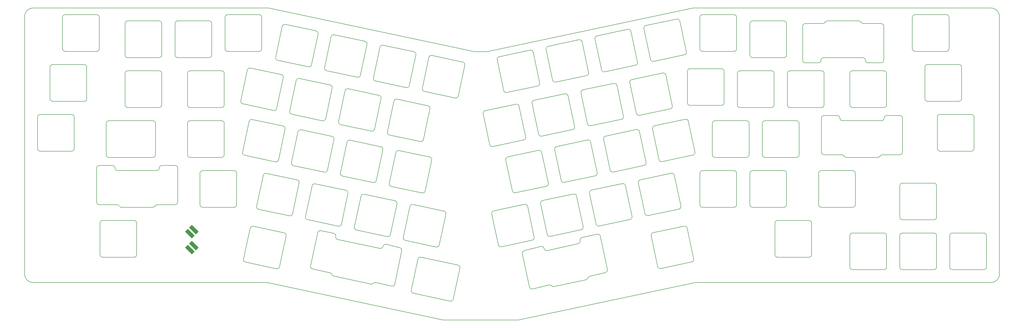
<source format=gbr>
%TF.GenerationSoftware,KiCad,Pcbnew,5.1.10-88a1d61d58~89~ubuntu21.04.1*%
%TF.CreationDate,2021-07-11T01:12:16+02:00*%
%TF.ProjectId,basketweave_plate,6261736b-6574-4776-9561-76655f706c61,rev?*%
%TF.SameCoordinates,Original*%
%TF.FileFunction,Legend,Top*%
%TF.FilePolarity,Positive*%
%FSLAX46Y46*%
G04 Gerber Fmt 4.6, Leading zero omitted, Abs format (unit mm)*
G04 Created by KiCad (PCBNEW 5.1.10-88a1d61d58~89~ubuntu21.04.1) date 2021-07-11 01:12:16*
%MOMM*%
%LPD*%
G01*
G04 APERTURE LIST*
%TA.AperFunction,Profile*%
%ADD10C,0.200000*%
%TD*%
%ADD11C,0.100000*%
G04 APERTURE END LIST*
D10*
X27927500Y-82106250D02*
G75*
G02*
X28927500Y-81106250I1000000J0D01*
G01*
X28927500Y-95106250D02*
G75*
G02*
X27927500Y-94106250I0J1000000D01*
G01*
X28927500Y-81106250D02*
X40927500Y-81106250D01*
X40927500Y-95106250D02*
X28927500Y-95106250D01*
X41927500Y-94106250D02*
G75*
G02*
X40927500Y-95106250I-1000000J0D01*
G01*
X41927500Y-82106250D02*
X41927500Y-94106250D01*
X40927500Y-81106250D02*
G75*
G02*
X41927500Y-82106250I0J-1000000D01*
G01*
X27927500Y-94106250D02*
X27927500Y-82106250D01*
X45687500Y-62056250D02*
G75*
G02*
X46687500Y-63056250I0J-1000000D01*
G01*
X33687500Y-76056250D02*
G75*
G02*
X32687500Y-75056250I0J1000000D01*
G01*
X45687500Y-76056250D02*
X33687500Y-76056250D01*
X32687500Y-75056250D02*
X32687500Y-63056250D01*
X46687500Y-63056250D02*
X46687500Y-75056250D01*
X32687500Y-63056250D02*
G75*
G02*
X33687500Y-62056250I1000000J0D01*
G01*
X46687500Y-75056250D02*
G75*
G02*
X45687500Y-76056250I-1000000J0D01*
G01*
X33687500Y-62056250D02*
X45687500Y-62056250D01*
X380062500Y-63056250D02*
X380062500Y-75056250D01*
X380062500Y-75056250D02*
G75*
G02*
X379062500Y-76056250I-1000000J0D01*
G01*
X379062500Y-76056250D02*
X367062500Y-76056250D01*
X379062500Y-62056250D02*
G75*
G02*
X380062500Y-63056250I0J-1000000D01*
G01*
X366062500Y-63056250D02*
G75*
G02*
X367062500Y-62056250I1000000J0D01*
G01*
X367062500Y-62056250D02*
X379062500Y-62056250D01*
X367062500Y-76056250D02*
G75*
G02*
X366062500Y-75056250I0J1000000D01*
G01*
X366062500Y-75056250D02*
X366062500Y-63056250D01*
X174042718Y-135612290D02*
X188110514Y-138588750D01*
X262550733Y-126213914D02*
X274308691Y-123729750D01*
X222919320Y-146203910D02*
G75*
G02*
X223870377Y-146512927I207912J-978148D01*
G01*
X216582162Y-147756903D02*
G75*
G02*
X215396102Y-146986669I-207913J978147D01*
G01*
X264275437Y-139137745D02*
X261780497Y-127399974D01*
X185199748Y-152366756D02*
X171131956Y-149306356D01*
X139360791Y-141511067D02*
G75*
G02*
X140103936Y-142180198I-207912J-978148D01*
G01*
X234682251Y-129274901D02*
G75*
G02*
X235452488Y-128088840I978149J207912D01*
G01*
X172856659Y-136382527D02*
G75*
G02*
X174042718Y-135612290I978148J-207911D01*
G01*
X188880750Y-139774810D02*
X186385808Y-151596520D01*
X277219454Y-137423814D02*
X265461496Y-139907981D01*
X170361720Y-148120298D02*
X172856660Y-136382527D01*
X171131956Y-149306356D02*
G75*
G02*
X170361720Y-148120298I207911J978147D01*
G01*
X277989690Y-136237756D02*
G75*
G02*
X277219454Y-137423814I-978147J-207911D01*
G01*
X245093662Y-140263905D02*
X242390810Y-127547986D01*
X275494750Y-124499985D02*
X277989690Y-136237756D01*
X261780496Y-127399973D02*
G75*
G02*
X262550733Y-126213914I978148J207911D01*
G01*
X222155094Y-133045853D02*
G75*
G02*
X220969033Y-132275618I-207913J978148D01*
G01*
X186385808Y-151596520D02*
G75*
G02*
X185199748Y-152366756I-978148J207912D01*
G01*
X265461497Y-139907981D02*
G75*
G02*
X264275437Y-139137745I-207912J978148D01*
G01*
X219782974Y-131505383D02*
G75*
G02*
X220969033Y-132275618I207912J-978147D01*
G01*
X274308691Y-123729750D02*
G75*
G02*
X275494750Y-124499985I207912J-978147D01*
G01*
X188110514Y-138588750D02*
G75*
G02*
X188880750Y-139774810I-207912J-978148D01*
G01*
X237572355Y-143607629D02*
G75*
G02*
X236829210Y-144276759I-951056J309018D01*
G01*
X140847080Y-142849328D02*
G75*
G02*
X140103936Y-142180198I207911J978147D01*
G01*
X224821433Y-146821944D02*
G75*
G02*
X223870377Y-146512927I-207912J978147D01*
G01*
X164115750Y-145861430D02*
G75*
G02*
X162929690Y-146631666I-978148J207912D01*
G01*
X212693251Y-134270750D02*
G75*
G02*
X213463486Y-133084691I978147J207912D01*
G01*
X140810796Y-126484166D02*
G75*
G02*
X141581031Y-127670225I-207912J-978147D01*
G01*
X215396102Y-146986669D02*
X212693250Y-134270750D01*
X216582162Y-147756903D02*
X222919320Y-146203910D01*
X132801383Y-140116821D02*
G75*
G02*
X132031146Y-138930762I207911J978148D01*
G01*
X235452488Y-128088840D02*
X241204750Y-126777750D01*
X162929690Y-146631666D02*
X156899964Y-145234235D01*
X159612251Y-131432943D02*
G75*
G02*
X158426191Y-132203179I-978148J207912D01*
G01*
X237572356Y-143607629D02*
G75*
G02*
X238315500Y-142938500I951055J-309017D01*
G01*
X140810795Y-126484165D02*
X135920057Y-125444607D01*
X238315500Y-142938500D02*
X244323425Y-141449966D01*
X155948909Y-145543252D02*
G75*
G02*
X156899964Y-145234235I743144J-669129D01*
G01*
X132801382Y-140116821D02*
X139360791Y-141511067D01*
X155948908Y-145543252D02*
G75*
G02*
X154997851Y-145852269I-743145J669131D01*
G01*
X241204750Y-126777750D02*
G75*
G02*
X242390810Y-127547986I207912J-978148D01*
G01*
X165960728Y-131959452D02*
G75*
G02*
X166730965Y-133145511I-207911J-978148D01*
G01*
X154997851Y-145852269D02*
X140847080Y-142849328D01*
X132031146Y-138930762D02*
X134733998Y-126214843D01*
X222155094Y-133045853D02*
X233912016Y-130460961D01*
X234682254Y-129274901D02*
G75*
G02*
X233912016Y-130460961I-978149J-207911D01*
G01*
X236829210Y-144276759D02*
X224821433Y-146821944D01*
X165960728Y-131959452D02*
X160798310Y-130662706D01*
X134733998Y-126214844D02*
G75*
G02*
X135920057Y-125444607I978148J-207911D01*
G01*
X142351267Y-128856284D02*
X158426191Y-132203179D01*
X164115750Y-145861430D02*
X166730965Y-133145511D01*
X245093662Y-140263905D02*
G75*
G02*
X244323425Y-141449966I-978149J-207912D01*
G01*
X219782974Y-131505383D02*
X213463486Y-133084691D01*
X142351268Y-128856284D02*
G75*
G02*
X141581031Y-127670225I207911J978148D01*
G01*
X159612250Y-131432942D02*
G75*
G02*
X160798310Y-130662706I978148J-207912D01*
G01*
X168105032Y-129187375D02*
G75*
G02*
X167334796Y-128001317I207911J978147D01*
G01*
X334680250Y-83487500D02*
G75*
G02*
X333680250Y-82487500I0J1000000D01*
G01*
X80331250Y-115537500D02*
X73625301Y-115537501D01*
X56455250Y-100537500D02*
G75*
G02*
X57455250Y-101537500I0J-1000000D01*
G01*
X58455250Y-102537500D02*
G75*
G02*
X57455250Y-101537500I0J1000000D01*
G01*
X56455250Y-100537500D02*
X51455250Y-100537500D01*
X332680250Y-81487500D02*
X327680250Y-81487500D01*
X50455250Y-101537500D02*
G75*
G02*
X51455250Y-100537500I1000000J0D01*
G01*
X327680250Y-96487500D02*
G75*
G02*
X326680250Y-95487500I0J1000000D01*
G01*
X50455250Y-114537500D02*
X50455250Y-101537500D01*
X80331250Y-100537500D02*
X75331250Y-100537500D01*
X350556250Y-82487500D02*
G75*
G02*
X351556250Y-81487500I1000000J0D01*
G01*
X80331250Y-100537500D02*
G75*
G02*
X81331250Y-101537500I0J-1000000D01*
G01*
X81331250Y-114537500D02*
X81331250Y-101537500D01*
X72759276Y-116037501D02*
G75*
G02*
X73625301Y-115537501I866025J-500000D01*
G01*
X332680250Y-81487500D02*
G75*
G02*
X333680250Y-82487500I0J-1000000D01*
G01*
X59893250Y-116537501D02*
G75*
G02*
X59027225Y-116037501I0J1000000D01*
G01*
X74331251Y-101537500D02*
G75*
G02*
X73331250Y-102537501I-1000001J0D01*
G01*
X327680250Y-96487500D02*
X334386200Y-96487501D01*
X72759275Y-116037501D02*
G75*
G02*
X71893250Y-116537501I-866025J500000D01*
G01*
X357556250Y-95487500D02*
X357556250Y-82487500D01*
X58161200Y-115537501D02*
G75*
G02*
X59027225Y-116037501I0J-1000000D01*
G01*
X81331250Y-114537500D02*
G75*
G02*
X80331250Y-115537500I-1000000J0D01*
G01*
X74331250Y-101537500D02*
G75*
G02*
X75331250Y-100537500I1000000J0D01*
G01*
X342388500Y-59387500D02*
G75*
G02*
X343388500Y-60387500I0J-1000000D01*
G01*
X51455250Y-115537500D02*
G75*
G02*
X50455250Y-114537500I0J1000000D01*
G01*
X328950500Y-45387499D02*
X340950500Y-45387499D01*
X320512500Y-61387500D02*
G75*
G02*
X319512500Y-60387500I0J1000000D01*
G01*
X327512500Y-59387499D02*
X342388500Y-59387500D01*
X344388500Y-61387500D02*
G75*
G02*
X343388500Y-60387500I0J1000000D01*
G01*
X328084475Y-45887499D02*
G75*
G02*
X328950500Y-45387499I866025J-500000D01*
G01*
X319512500Y-47387500D02*
G75*
G02*
X320512500Y-46387500I1000000J0D01*
G01*
X350388500Y-60387500D02*
G75*
G02*
X349388500Y-61387500I-1000000J0D01*
G01*
X340950500Y-45387499D02*
G75*
G02*
X341816525Y-45887499I0J-1000000D01*
G01*
X326512500Y-60387500D02*
G75*
G02*
X325512500Y-61387500I-1000000J0D01*
G01*
X350388500Y-47387500D02*
X350388500Y-60387500D01*
X344388500Y-61387500D02*
X349388500Y-61387500D01*
X320512500Y-61387500D02*
X325512500Y-61387500D01*
X343388500Y-60387500D02*
X343388500Y-60387500D01*
X349388500Y-46387500D02*
G75*
G02*
X350388500Y-47387500I0J-1000000D01*
G01*
X51455250Y-115537500D02*
X58161200Y-115537501D01*
X319512500Y-47387500D02*
X319512500Y-60387500D01*
X342682550Y-46387499D02*
G75*
G02*
X341816525Y-45887499I0J1000000D01*
G01*
X320512500Y-46387500D02*
X327218449Y-46387499D01*
X326512499Y-60387500D02*
G75*
G02*
X327512500Y-59387499I1000001J0D01*
G01*
X328084474Y-45887499D02*
G75*
G02*
X327218449Y-46387499I-866025J500000D01*
G01*
X326512500Y-60387500D02*
X326512500Y-60387500D01*
D11*
G36*
X89217500Y-125761750D02*
G01*
X88201500Y-126777750D01*
X85661500Y-124237750D01*
X86677500Y-123221750D01*
X89217500Y-125761750D01*
G37*
X89217500Y-125761750D02*
X88201500Y-126777750D01*
X85661500Y-124237750D01*
X86677500Y-123221750D01*
X89217500Y-125761750D01*
G36*
X87693500Y-127285750D02*
G01*
X86677500Y-128301750D01*
X84137500Y-125761750D01*
X85153500Y-124745750D01*
X87693500Y-127285750D01*
G37*
X87693500Y-127285750D02*
X86677500Y-128301750D01*
X84137500Y-125761750D01*
X85153500Y-124745750D01*
X87693500Y-127285750D01*
G36*
X89217500Y-131857750D02*
G01*
X88201500Y-132873750D01*
X85661500Y-130333750D01*
X86677500Y-129317750D01*
X89217500Y-131857750D01*
G37*
X89217500Y-131857750D02*
X88201500Y-132873750D01*
X85661500Y-130333750D01*
X86677500Y-129317750D01*
X89217500Y-131857750D01*
G36*
X87693500Y-133381750D02*
G01*
X86677500Y-134397750D01*
X84137500Y-131857750D01*
X85153500Y-130841750D01*
X87693500Y-133381750D01*
G37*
X87693500Y-133381750D02*
X86677500Y-134397750D01*
X84137500Y-131857750D01*
X85153500Y-130841750D01*
X87693500Y-133381750D01*
D10*
X169618875Y-70060049D02*
G75*
G02*
X168432815Y-70830285I-978148J207912D01*
G01*
X175328757Y-72296060D02*
G75*
G02*
X174558521Y-71110002I207911J978147D01*
G01*
X172113816Y-58322278D02*
X169618874Y-70060048D01*
X171343580Y-57136218D02*
G75*
G02*
X172113816Y-58322278I-207912J-978148D01*
G01*
X174558521Y-71110002D02*
X177053461Y-59372231D01*
X168432815Y-70830285D02*
X156695045Y-68335343D01*
X155924809Y-67149285D02*
X158419749Y-55411514D01*
X177053460Y-59372231D02*
G75*
G02*
X178239519Y-58601994I978148J-207911D01*
G01*
X178239519Y-58601994D02*
X189977291Y-61096935D01*
X190747528Y-62282995D02*
X188252586Y-74020765D01*
X161280947Y-87763355D02*
X163775887Y-76025584D01*
X156695045Y-68335343D02*
G75*
G02*
X155924809Y-67149285I207911J978147D01*
G01*
X188252587Y-74020766D02*
G75*
G02*
X187066527Y-74791002I-978148J207912D01*
G01*
X189977292Y-61096935D02*
G75*
G02*
X190747528Y-62282995I-207912J-978148D01*
G01*
X173788953Y-91444355D02*
X162051183Y-88949413D01*
X164961945Y-75255347D02*
X176699717Y-77750288D01*
X163775886Y-76025584D02*
G75*
G02*
X164961945Y-75255347I978148J-207911D01*
G01*
X174975013Y-90674119D02*
G75*
G02*
X173788953Y-91444355I-978148J207912D01*
G01*
X159605807Y-54641277D02*
X171343579Y-57136218D01*
X158419748Y-55411514D02*
G75*
G02*
X159605807Y-54641277I978148J-207911D01*
G01*
X187066527Y-74791002D02*
X175328757Y-72296060D01*
X138061333Y-64374625D02*
G75*
G02*
X137291097Y-63188567I207911J978147D01*
G01*
X153480104Y-54361560D02*
X150985162Y-66099330D01*
X131165392Y-62908849D02*
X119427622Y-60413907D01*
X119427622Y-60413907D02*
G75*
G02*
X118657386Y-59227849I207911J978147D01*
G01*
X140972095Y-50680559D02*
X152709867Y-53175500D01*
X149799103Y-66869567D02*
X138061333Y-64374625D01*
X150985163Y-66099331D02*
G75*
G02*
X149799103Y-66869567I-978148J207912D01*
G01*
X134076157Y-49214782D02*
G75*
G02*
X134846393Y-50400842I-207912J-978148D01*
G01*
X137291097Y-63188567D02*
X139786037Y-51450796D01*
X122338384Y-46719841D02*
X134076156Y-49214782D01*
X139786036Y-51450796D02*
G75*
G02*
X140972095Y-50680559I978148J-207911D01*
G01*
X152709868Y-53175500D02*
G75*
G02*
X153480104Y-54361560I-207912J-978148D01*
G01*
X349388500Y-46387500D02*
X342682550Y-46387499D01*
X121152325Y-47490078D02*
G75*
G02*
X122338384Y-46719841I978148J-207911D01*
G01*
X132351452Y-62138613D02*
G75*
G02*
X131165392Y-62908849I-978148J207912D01*
G01*
X118657386Y-59227849D02*
X121152326Y-47490078D01*
X134846393Y-50400842D02*
X132351451Y-62138612D01*
X238697769Y-85424575D02*
G75*
G02*
X237511709Y-84654339I-207912J978148D01*
G01*
X259006618Y-48341779D02*
G75*
G02*
X259776855Y-47155720I978148J207911D01*
G01*
X242867848Y-64040268D02*
X240372908Y-52302497D01*
X217153294Y-75691226D02*
X228891065Y-73196286D01*
X235016768Y-72916567D02*
G75*
G02*
X235787005Y-71730508I978148J207911D01*
G01*
X222509432Y-55077155D02*
X234247203Y-52582215D01*
X221739195Y-56263214D02*
G75*
G02*
X222509432Y-55077155I978148J207911D01*
G01*
X259776855Y-47155720D02*
X271514626Y-44660780D01*
X218524254Y-70236999D02*
X206786483Y-72731940D01*
X206786484Y-72731940D02*
G75*
G02*
X205600424Y-71961704I-207912J978148D01*
G01*
X255791678Y-62315563D02*
X244053907Y-64810504D01*
X256145421Y-80693621D02*
X253650481Y-68955850D01*
X225420196Y-68771222D02*
G75*
G02*
X224234136Y-68000986I-207912J978148D01*
G01*
X216799550Y-57313169D02*
X219294490Y-69050940D01*
X275195625Y-57168788D02*
G75*
G02*
X274425389Y-58354846I-978147J-207911D01*
G01*
X216383057Y-76877285D02*
G75*
G02*
X217153294Y-75691226I978148J207911D01*
G01*
X261501559Y-60079551D02*
X259006619Y-48341780D01*
X257331481Y-81463857D02*
G75*
G02*
X256145421Y-80693621I-207912J978148D01*
G01*
X254066974Y-49391733D02*
X256561914Y-61129504D01*
X219294490Y-69050941D02*
G75*
G02*
X218524254Y-70236999I-978147J-207911D01*
G01*
X262687619Y-60849787D02*
G75*
G02*
X261501559Y-60079551I-207912J978148D01*
G01*
X391318750Y-40481250D02*
G75*
G02*
X394493750Y-43656250I0J-3175000D01*
G01*
X23018750Y-43656250D02*
G75*
G02*
X26193750Y-40481250I3175000J0D01*
G01*
X182562500Y-159543750D02*
X211137500Y-159543750D01*
X248710835Y-70005804D02*
X251205775Y-81743575D01*
X201430346Y-93346010D02*
G75*
G02*
X200244286Y-92575774I-207912J978148D01*
G01*
X213168116Y-90851069D02*
X201430345Y-93346010D01*
X244053908Y-64810504D02*
G75*
G02*
X242867848Y-64040268I-207912J978148D01*
G01*
X231801828Y-86890352D02*
X220064057Y-89385293D01*
X215613491Y-56542934D02*
G75*
G02*
X216799550Y-57313169I207912J-978147D01*
G01*
X234247203Y-52582216D02*
G75*
G02*
X235433262Y-53352451I207912J-978147D01*
G01*
X218877998Y-88615057D02*
X216383058Y-76877286D01*
X197749345Y-80838002D02*
G75*
G02*
X198519582Y-79651943I978148J207911D01*
G01*
X266158488Y-65274851D02*
G75*
G02*
X267344547Y-66045086I207912J-978147D01*
G01*
X198519582Y-79651943D02*
X210257353Y-77157003D01*
X211443412Y-77927239D02*
X213938352Y-89665010D01*
X232572064Y-85704294D02*
G75*
G02*
X231801828Y-86890352I-978147J-207911D01*
G01*
X210257353Y-77157004D02*
G75*
G02*
X211443412Y-77927239I207912J-978147D01*
G01*
X200244286Y-92575774D02*
X197749346Y-80838003D01*
X272700685Y-45431016D02*
X275195625Y-57168787D01*
X271514626Y-44660781D02*
G75*
G02*
X272700685Y-45431016I207912J-978147D01*
G01*
X230077124Y-73966522D02*
X232572064Y-85704293D01*
X213938352Y-89665011D02*
G75*
G02*
X213168116Y-90851069I-978147J-207911D01*
G01*
X241143144Y-51116437D02*
X252880915Y-48621497D01*
X256561914Y-61129505D02*
G75*
G02*
X255791678Y-62315563I-978147J-207911D01*
G01*
X240372907Y-52302496D02*
G75*
G02*
X241143144Y-51116437I978148J207911D01*
G01*
X251205775Y-81743576D02*
G75*
G02*
X250435539Y-82929634I-978147J-207911D01*
G01*
X237928202Y-65090223D02*
G75*
G02*
X237157966Y-66276281I-978147J-207911D01*
G01*
X224234136Y-68000986D02*
X221739196Y-56263215D01*
X203875720Y-59037873D02*
X215613491Y-56542933D01*
X220064058Y-89385293D02*
G75*
G02*
X218877998Y-88615057I-207912J978148D01*
G01*
X250435539Y-82929634D02*
X238697768Y-85424575D01*
X235433262Y-53352451D02*
X237928202Y-65090222D01*
X203105483Y-60223932D02*
G75*
G02*
X203875720Y-59037873I978148J207911D01*
G01*
X237157966Y-66276281D02*
X225420195Y-68771222D01*
X205600424Y-71961704D02*
X203105484Y-60223933D01*
X391318750Y-145256250D02*
X278606250Y-145256250D01*
X394493750Y-142081250D02*
G75*
G02*
X391318750Y-145256250I-3175000J0D01*
G01*
X274425389Y-58354846D02*
X262687618Y-60849787D01*
X228891065Y-73196287D02*
G75*
G02*
X230077124Y-73966522I207912J-978147D01*
G01*
X237511709Y-84654339D02*
X235016769Y-72916568D01*
X235787005Y-71730508D02*
X247524776Y-69235568D01*
X252880915Y-48621498D02*
G75*
G02*
X254066974Y-49391733I207912J-978147D01*
G01*
X247524776Y-69235569D02*
G75*
G02*
X248710835Y-70005804I207912J-978147D01*
G01*
X357537500Y-126350000D02*
X369537500Y-126350000D01*
X388537500Y-126350000D02*
G75*
G02*
X389537500Y-127350000I0J-1000000D01*
G01*
X370537500Y-139350000D02*
G75*
G02*
X369537500Y-140350000I-1000000J0D01*
G01*
X26193750Y-145256250D02*
X115443000Y-145256250D01*
X391318750Y-40481250D02*
X277812500Y-40481250D01*
X357537500Y-140350000D02*
G75*
G02*
X356537500Y-139350000I0J1000000D01*
G01*
X369537500Y-126350000D02*
G75*
G02*
X370537500Y-127350000I0J-1000000D01*
G01*
X370537500Y-127350000D02*
X370537500Y-139350000D01*
X199231250Y-57150000D02*
X194468750Y-57150000D01*
X356537500Y-127350000D02*
G75*
G02*
X357537500Y-126350000I1000000J0D01*
G01*
X23018750Y-43656250D02*
X23018750Y-142081250D01*
X388537500Y-140350000D02*
X376537500Y-140350000D01*
X369537500Y-140350000D02*
X357537500Y-140350000D01*
X389537500Y-139350000D02*
G75*
G02*
X388537500Y-140350000I-1000000J0D01*
G01*
X350487500Y-126350000D02*
G75*
G02*
X351487500Y-127350000I0J-1000000D01*
G01*
X278606250Y-145256250D02*
X211137500Y-159543750D01*
X115443000Y-145256250D02*
X182562500Y-159543750D01*
X277812500Y-40481250D02*
X199231250Y-57150000D01*
X26193750Y-145256250D02*
G75*
G02*
X23018750Y-142081250I0J3175000D01*
G01*
X115887500Y-40481250D02*
X194468750Y-57150000D01*
X376537500Y-126350000D02*
X388537500Y-126350000D01*
X26193750Y-40481250D02*
X115887500Y-40481250D01*
X375537500Y-139350000D02*
X375537500Y-127350000D01*
X376537500Y-140350000D02*
G75*
G02*
X375537500Y-139350000I0J1000000D01*
G01*
X394493750Y-43656250D02*
X394493750Y-142081250D01*
X389537500Y-127350000D02*
X389537500Y-139350000D01*
X375537500Y-127350000D02*
G75*
G02*
X376537500Y-126350000I1000000J0D01*
G01*
X356537500Y-139350000D02*
X356537500Y-127350000D01*
X177397429Y-97374179D02*
G75*
G02*
X178167665Y-98560239I-207912J-978148D01*
G01*
X162748894Y-108573304D02*
G75*
G02*
X161978658Y-107387246I207911J978147D01*
G01*
X149471320Y-125226657D02*
G75*
G02*
X148701084Y-124040599I207911J978147D01*
G01*
X175672724Y-110298010D02*
G75*
G02*
X174486664Y-111068246I-978148J207912D01*
G01*
X161209090Y-127721599D02*
X149471320Y-125226657D01*
X115114658Y-103611156D02*
X126852430Y-106106097D01*
X125127726Y-119029928D02*
G75*
G02*
X123941666Y-119800164I-978148J207912D01*
G01*
X159533953Y-94599522D02*
X157039011Y-106337292D01*
X108954436Y-124567914D02*
G75*
G02*
X110140495Y-123797677I978148J-207911D01*
G01*
X120153563Y-139216449D02*
G75*
G02*
X118967503Y-139986685I-978148J207912D01*
G01*
X121878268Y-126292618D02*
G75*
G02*
X122648504Y-127478678I-207912J-978148D01*
G01*
X123941666Y-119800164D02*
X112203896Y-117305222D01*
X162395150Y-126951363D02*
G75*
G02*
X161209090Y-127721599I-978148J207912D01*
G01*
X122648504Y-127478678D02*
X120153562Y-139216448D01*
X107229733Y-137491743D02*
G75*
G02*
X106459497Y-136305685I207911J978147D01*
G01*
X110140495Y-123797677D02*
X121878267Y-126292618D01*
X113928599Y-104381393D02*
G75*
G02*
X115114658Y-103611156I978148J-207911D01*
G01*
X158763717Y-93413462D02*
G75*
G02*
X159533953Y-94599522I-207912J-978148D01*
G01*
X161978658Y-107387246D02*
X164473598Y-95649475D01*
X127622667Y-107292157D02*
X125127725Y-119029927D01*
X106459497Y-136305685D02*
X108954437Y-124567914D01*
X171015794Y-115493309D02*
X182753566Y-117988250D01*
X152382082Y-111532591D02*
X164119854Y-114027532D01*
X144115182Y-104612587D02*
G75*
G02*
X143344946Y-103426529I207911J978147D01*
G01*
X145839885Y-91688758D02*
G75*
G02*
X147025944Y-90918521I978148J-207911D01*
G01*
X133748370Y-107571874D02*
X145486142Y-110066815D01*
X145486143Y-110066815D02*
G75*
G02*
X146256379Y-111252875I-207912J-978148D01*
G01*
X151196023Y-112302828D02*
G75*
G02*
X152382082Y-111532591I978148J-207911D01*
G01*
X164890091Y-115213592D02*
X162395149Y-126951362D01*
X142575378Y-123760882D02*
X130837608Y-121265940D01*
X130067372Y-120079882D02*
X132562312Y-108342111D01*
X148701084Y-124040599D02*
X151196024Y-112302828D01*
X143761438Y-122990646D02*
G75*
G02*
X142575378Y-123760882I-978148J207912D01*
G01*
X164473597Y-95649475D02*
G75*
G02*
X165659656Y-94879238I978148J-207911D01*
G01*
X132562311Y-108342111D02*
G75*
G02*
X133748370Y-107571874I978148J-207911D01*
G01*
X130837608Y-121265940D02*
G75*
G02*
X130067372Y-120079882I207911J978147D01*
G01*
X146256379Y-111252875D02*
X143761437Y-122990645D01*
X165659656Y-94879238D02*
X177397428Y-97374179D01*
X164119855Y-114027532D02*
G75*
G02*
X164890091Y-115213592I-207912J-978148D01*
G01*
X111433660Y-116119164D02*
X113928600Y-104381393D01*
X126852431Y-106106097D02*
G75*
G02*
X127622667Y-107292157I-207912J-978148D01*
G01*
X112203896Y-117305222D02*
G75*
G02*
X111433660Y-116119164I207911J978147D01*
G01*
X118967503Y-139986685D02*
X107229733Y-137491743D01*
X157039012Y-106337293D02*
G75*
G02*
X155852952Y-107107529I-978148J207912D01*
G01*
X174486664Y-111068246D02*
X162748894Y-108573304D01*
X178167665Y-98560239D02*
X175672723Y-110298009D01*
X120798583Y-65868135D02*
G75*
G02*
X121568819Y-67054195I-207912J-978148D01*
G01*
X139432295Y-69828853D02*
G75*
G02*
X140202531Y-71014913I-207912J-978148D01*
G01*
X140202531Y-71014913D02*
X137707589Y-82752683D01*
X127206173Y-87728040D02*
G75*
G02*
X128392232Y-86957803I978148J-207911D01*
G01*
X140130005Y-89452744D02*
G75*
G02*
X140900241Y-90638804I-207912J-978148D01*
G01*
X125481470Y-100651869D02*
G75*
G02*
X124711234Y-99465811I207911J978147D01*
G01*
X140900241Y-90638804D02*
X138405299Y-102376574D01*
X147025944Y-90918521D02*
X158763716Y-93413462D01*
X119073878Y-78791966D02*
G75*
G02*
X117887818Y-79562202I-978148J207912D01*
G01*
X126508463Y-68104149D02*
G75*
G02*
X127694522Y-67333912I978148J-207911D01*
G01*
X124013524Y-79841920D02*
X126508464Y-68104149D01*
X118585528Y-99186093D02*
X106847758Y-96691151D01*
X124711234Y-99465811D02*
X127206174Y-87728040D01*
X155852952Y-107107529D02*
X144115182Y-104612587D01*
X143344946Y-103426529D02*
X145839886Y-91688758D01*
X143417472Y-84988695D02*
G75*
G02*
X142647236Y-83802637I207911J978147D01*
G01*
X109758520Y-82997085D02*
X121496292Y-85492026D01*
X136521530Y-83522920D02*
X124783760Y-81027978D01*
X176699718Y-77750288D02*
G75*
G02*
X177469954Y-78936348I-207912J-978148D01*
G01*
X177469954Y-78936348D02*
X174975012Y-90674118D01*
X155155242Y-87483637D02*
X143417472Y-84988695D01*
X145142175Y-72064866D02*
G75*
G02*
X146328234Y-71294629I978148J-207911D01*
G01*
X106150048Y-77067260D02*
G75*
G02*
X105379812Y-75881202I207911J978147D01*
G01*
X106077522Y-95505093D02*
X108572462Y-83767322D01*
X127694522Y-67333912D02*
X139432294Y-69828853D01*
X108572461Y-83767322D02*
G75*
G02*
X109758520Y-82997085I978148J-207911D01*
G01*
X106847758Y-96691151D02*
G75*
G02*
X106077522Y-95505093I207911J978147D01*
G01*
X156341302Y-86713401D02*
G75*
G02*
X155155242Y-87483637I-978148J207912D01*
G01*
X105379812Y-75881202D02*
X107874752Y-64143431D01*
X142647236Y-83802637D02*
X145142176Y-72064866D01*
X117887818Y-79562202D02*
X106150048Y-77067260D01*
X121568819Y-67054195D02*
X119073877Y-78791965D01*
X121496293Y-85492026D02*
G75*
G02*
X122266529Y-86678086I-207912J-978148D01*
G01*
X158836243Y-74975630D02*
X156341301Y-86713400D01*
X137707590Y-82752684D02*
G75*
G02*
X136521530Y-83522920I-978148J207912D01*
G01*
X109060810Y-63373194D02*
X120798582Y-65868135D01*
X122266529Y-86678086D02*
X119771587Y-98415856D01*
X128392232Y-86957803D02*
X140130004Y-89452744D01*
X137219240Y-103146811D02*
X125481470Y-100651869D01*
X138405300Y-102376575D02*
G75*
G02*
X137219240Y-103146811I-978148J207912D01*
G01*
X158066007Y-73789570D02*
G75*
G02*
X158836243Y-74975630I-207912J-978148D01*
G01*
X146328234Y-71294629D02*
X158066006Y-73789570D01*
X119771588Y-98415857D02*
G75*
G02*
X118585528Y-99186093I-978148J207912D01*
G01*
X124783760Y-81027978D02*
G75*
G02*
X124013524Y-79841920I207911J978147D01*
G01*
X162051183Y-88949413D02*
G75*
G02*
X161280947Y-87763355I207911J978147D01*
G01*
X107874751Y-64143431D02*
G75*
G02*
X109060810Y-63373194I978148J-207911D01*
G01*
X216431123Y-129108672D02*
X204693352Y-131603613D01*
X259824921Y-99387108D02*
G75*
G02*
X259054685Y-100573166I-978147J-207911D01*
G01*
X265950627Y-99107390D02*
G75*
G02*
X264764567Y-98337154I-207912J978148D01*
G01*
X264764567Y-98337154D02*
X262269627Y-86599383D01*
X247316915Y-103068107D02*
G75*
G02*
X246130855Y-102297871I-207912J978148D01*
G01*
X222141005Y-126872660D02*
X219646065Y-115134889D01*
X225002202Y-94520817D02*
G75*
G02*
X225772439Y-93334758I978148J207911D01*
G01*
X222557498Y-107308544D02*
G75*
G02*
X221787262Y-108494602I-978147J-207911D01*
G01*
X210049492Y-110989543D02*
G75*
G02*
X208863432Y-110219307I-207912J978148D01*
G01*
X218876499Y-94800537D02*
G75*
G02*
X220062558Y-95570772I207912J-978147D01*
G01*
X278458633Y-95426391D02*
G75*
G02*
X277688397Y-96612449I-978147J-207911D01*
G01*
X275963693Y-83688619D02*
X278458633Y-95426390D01*
X243635914Y-90560099D02*
G75*
G02*
X244406151Y-89374040I978148J207911D01*
G01*
X225772439Y-93334758D02*
X237510210Y-90839818D01*
X220062558Y-95570772D02*
X222557498Y-107308543D01*
X208863432Y-110219307D02*
X206368492Y-98481536D01*
X254420717Y-67769790D02*
X266158488Y-65274850D01*
X267344547Y-66045086D02*
X269839487Y-77782857D01*
X263039863Y-85413323D02*
X274777634Y-82918383D01*
X240420973Y-104533884D02*
X228683202Y-107028825D01*
X237510210Y-90839819D02*
G75*
G02*
X238696269Y-91610054I207912J-978147D01*
G01*
X256143922Y-86879101D02*
G75*
G02*
X257329981Y-87649336I207912J-978147D01*
G01*
X238696269Y-91610054D02*
X241191209Y-103347825D01*
X241191209Y-103347826D02*
G75*
G02*
X240420973Y-104533884I-978147J-207911D01*
G01*
X207138728Y-97295476D02*
X218876499Y-94800536D01*
X277688397Y-96612449D02*
X265950626Y-99107390D01*
X269069251Y-78968916D02*
X257331480Y-81463857D01*
X269839487Y-77782858D02*
G75*
G02*
X269069251Y-78968916I-978147J-207911D01*
G01*
X257329981Y-87649336D02*
X259824921Y-99387107D01*
X253650480Y-68955849D02*
G75*
G02*
X254420717Y-67769790I978148J207911D01*
G01*
X244406151Y-89374040D02*
X256143922Y-86879100D01*
X204693353Y-131603613D02*
G75*
G02*
X203507293Y-130833377I-207912J978148D01*
G01*
X213520360Y-115414607D02*
G75*
G02*
X214706419Y-116184842I207912J-978147D01*
G01*
X246130855Y-102297871D02*
X243635915Y-90560100D01*
X203507293Y-130833377D02*
X201012353Y-119095606D01*
X262269626Y-86599382D02*
G75*
G02*
X263039863Y-85413323I978148J207911D01*
G01*
X217201359Y-127922614D02*
G75*
G02*
X216431123Y-129108672I-978147J-207911D01*
G01*
X259054685Y-100573166D02*
X247316914Y-103068107D01*
X228683203Y-107028825D02*
G75*
G02*
X227497143Y-106258589I-207912J978148D01*
G01*
X201782589Y-117909546D02*
X213520360Y-115414606D01*
X227497143Y-106258589D02*
X225002203Y-94520818D01*
X214706419Y-116184842D02*
X217201359Y-127922613D01*
X221787262Y-108494602D02*
X210049491Y-110989543D01*
X206368491Y-98481535D02*
G75*
G02*
X207138728Y-97295476I978148J207911D01*
G01*
X274777634Y-82918384D02*
G75*
G02*
X275963693Y-83688619I207912J-978147D01*
G01*
X201012352Y-119095605D02*
G75*
G02*
X201782589Y-117909546I978148J207911D01*
G01*
X383825000Y-95106250D02*
X371825000Y-95106250D01*
X374300000Y-57006250D02*
X362300000Y-57006250D01*
X38450000Y-43006250D02*
X50450000Y-43006250D01*
X51450000Y-56006250D02*
G75*
G02*
X50450000Y-57006250I-1000000J0D01*
G01*
X75262500Y-58387500D02*
G75*
G02*
X74262500Y-59387500I-1000000J0D01*
G01*
X37450000Y-44006250D02*
G75*
G02*
X38450000Y-43006250I1000000J0D01*
G01*
X375300000Y-56006250D02*
G75*
G02*
X374300000Y-57006250I-1000000J0D01*
G01*
X362300000Y-57006250D02*
G75*
G02*
X361300000Y-56006250I0J1000000D01*
G01*
X361300000Y-44006250D02*
G75*
G02*
X362300000Y-43006250I1000000J0D01*
G01*
X375300000Y-44006250D02*
X375300000Y-56006250D01*
X362300000Y-43006250D02*
X374300000Y-43006250D01*
X361300000Y-56006250D02*
X361300000Y-44006250D01*
X74262500Y-59387500D02*
X62262500Y-59387500D01*
X62262500Y-59387500D02*
G75*
G02*
X61262500Y-58387500I0J1000000D01*
G01*
X371825000Y-81106250D02*
X383825000Y-81106250D01*
X370825000Y-82106250D02*
G75*
G02*
X371825000Y-81106250I1000000J0D01*
G01*
X383825000Y-81106250D02*
G75*
G02*
X384825000Y-82106250I0J-1000000D01*
G01*
X51450000Y-44006250D02*
X51450000Y-56006250D01*
X37450000Y-56006250D02*
X37450000Y-44006250D01*
X50450000Y-57006250D02*
X38450000Y-57006250D01*
X38450000Y-57006250D02*
G75*
G02*
X37450000Y-56006250I0J1000000D01*
G01*
X374300000Y-43006250D02*
G75*
G02*
X375300000Y-44006250I0J-1000000D01*
G01*
X50450000Y-43006250D02*
G75*
G02*
X51450000Y-44006250I0J-1000000D01*
G01*
X384825000Y-94106250D02*
G75*
G02*
X383825000Y-95106250I-1000000J0D01*
G01*
X384825000Y-82106250D02*
X384825000Y-94106250D01*
X370825000Y-94106250D02*
X370825000Y-82106250D01*
X371825000Y-95106250D02*
G75*
G02*
X370825000Y-94106250I0J1000000D01*
G01*
X232154072Y-111453890D02*
G75*
G02*
X233340131Y-112224125I207912J-978147D01*
G01*
X250787784Y-107493172D02*
G75*
G02*
X251973843Y-108263407I207912J-978147D01*
G01*
X169829735Y-116263546D02*
G75*
G02*
X171015794Y-115493309I978148J-207911D01*
G01*
X259408429Y-118951224D02*
X256913489Y-107213453D01*
X183523803Y-119174310D02*
X181028861Y-130912080D01*
X181028862Y-130912081D02*
G75*
G02*
X179842802Y-131682317I-978148J207912D01*
G01*
X257683725Y-106027393D02*
X269421496Y-103532453D01*
X270607555Y-104302689D02*
X273102495Y-116040460D01*
X256913488Y-107213452D02*
G75*
G02*
X257683725Y-106027393I978148J207911D01*
G01*
X253698547Y-121187237D02*
X241960776Y-123682178D01*
X251973843Y-108263407D02*
X254468783Y-120001178D01*
X272332259Y-117226519D02*
X260594488Y-119721460D01*
X254468783Y-120001179D02*
G75*
G02*
X253698547Y-121187237I-978147J-207911D01*
G01*
X241960777Y-123682178D02*
G75*
G02*
X240774717Y-122911942I-207912J978148D01*
G01*
X182753567Y-117988250D02*
G75*
G02*
X183523803Y-119174310I-207912J-978148D01*
G01*
X269421496Y-103532454D02*
G75*
G02*
X270607555Y-104302689I207912J-978147D01*
G01*
X167334796Y-128001317D02*
X169829736Y-116263546D01*
X273102495Y-116040461D02*
G75*
G02*
X272332259Y-117226519I-978147J-207911D01*
G01*
X260594489Y-119721460D02*
G75*
G02*
X259408429Y-118951224I-207912J978148D01*
G01*
X238279776Y-111174170D02*
G75*
G02*
X239050013Y-109988111I978148J207911D01*
G01*
X240774717Y-122911942D02*
X238279777Y-111174171D01*
X179842802Y-131682317D02*
X168105032Y-129187375D01*
X239050013Y-109988111D02*
X250787784Y-107493171D01*
X235064835Y-125147955D02*
X223327064Y-127642896D01*
X220416301Y-113948829D02*
X232154072Y-111453889D01*
X233340131Y-112224125D02*
X235835071Y-123961896D01*
X235835071Y-123961897D02*
G75*
G02*
X235064835Y-125147955I-978147J-207911D01*
G01*
X219646064Y-115134888D02*
G75*
G02*
X220416301Y-113948829I978148J207911D01*
G01*
X223327065Y-127642896D02*
G75*
G02*
X222141005Y-126872660I-207912J978148D01*
G01*
X293337500Y-43006250D02*
G75*
G02*
X294337500Y-44006250I0J-1000000D01*
G01*
X102837500Y-116537500D02*
X90837500Y-116537500D01*
X103837500Y-115537500D02*
G75*
G02*
X102837500Y-116537500I-1000000J0D01*
G01*
X85075000Y-84487500D02*
G75*
G02*
X86075000Y-83487500I1000000J0D01*
G01*
X90837500Y-116537500D02*
G75*
G02*
X89837500Y-115537500I0J1000000D01*
G01*
X98075000Y-97487500D02*
X86075000Y-97487500D01*
X99362500Y-44006250D02*
G75*
G02*
X100362500Y-43006250I1000000J0D01*
G01*
X338487500Y-78437500D02*
G75*
G02*
X337487500Y-77437500I0J1000000D01*
G01*
X300387500Y-59387500D02*
G75*
G02*
X299387500Y-58387500I0J1000000D01*
G01*
X312387500Y-45387500D02*
G75*
G02*
X313387500Y-46387500I0J-1000000D01*
G01*
X99075000Y-65437500D02*
X99075000Y-77437500D01*
X85075000Y-96487500D02*
X85075000Y-84487500D01*
X100362500Y-43006250D02*
X112362500Y-43006250D01*
X89837500Y-103537500D02*
G75*
G02*
X90837500Y-102537500I1000000J0D01*
G01*
X90837500Y-102537500D02*
X102837500Y-102537500D01*
X94312500Y-46387500D02*
X94312500Y-58387500D01*
X80312500Y-46387500D02*
G75*
G02*
X81312500Y-45387500I1000000J0D01*
G01*
X350487500Y-78437500D02*
X338487500Y-78437500D01*
X99075000Y-77437500D02*
G75*
G02*
X98075000Y-78437500I-1000000J0D01*
G01*
X98075000Y-64437500D02*
G75*
G02*
X99075000Y-65437500I0J-1000000D01*
G01*
X113362500Y-44006250D02*
X113362500Y-56006250D01*
X99075000Y-96487500D02*
G75*
G02*
X98075000Y-97487500I-1000000J0D01*
G01*
X86075000Y-64437500D02*
X98075000Y-64437500D01*
X93312500Y-45387500D02*
G75*
G02*
X94312500Y-46387500I0J-1000000D01*
G01*
X103837500Y-103537500D02*
X103837500Y-115537500D01*
X85075000Y-65437500D02*
G75*
G02*
X86075000Y-64437500I1000000J0D01*
G01*
X312387500Y-59387500D02*
X300387500Y-59387500D01*
X80312500Y-58387500D02*
X80312500Y-46387500D01*
X299387500Y-46387500D02*
G75*
G02*
X300387500Y-45387500I1000000J0D01*
G01*
X93312500Y-59387500D02*
X81312500Y-59387500D01*
X94312500Y-58387500D02*
G75*
G02*
X93312500Y-59387500I-1000000J0D01*
G01*
X64737500Y-121587500D02*
G75*
G02*
X65737500Y-122587500I0J-1000000D01*
G01*
X112362500Y-57006250D02*
X100362500Y-57006250D01*
X300387500Y-45387500D02*
X312387500Y-45387500D01*
X102837500Y-102537500D02*
G75*
G02*
X103837500Y-103537500I0J-1000000D01*
G01*
X81312500Y-59387500D02*
G75*
G02*
X80312500Y-58387500I0J1000000D01*
G01*
X52737500Y-121587500D02*
X64737500Y-121587500D01*
X299387500Y-58387500D02*
X299387500Y-46387500D01*
X86075000Y-83487500D02*
X98075000Y-83487500D01*
X86075000Y-97487500D02*
G75*
G02*
X85075000Y-96487500I0J1000000D01*
G01*
X351487500Y-77437500D02*
G75*
G02*
X350487500Y-78437500I-1000000J0D01*
G01*
X99075000Y-84487500D02*
X99075000Y-96487500D01*
X293337500Y-57006250D02*
X281337500Y-57006250D01*
X337487500Y-65437500D02*
G75*
G02*
X338487500Y-64437500I1000000J0D01*
G01*
X294337500Y-56006250D02*
G75*
G02*
X293337500Y-57006250I-1000000J0D01*
G01*
X98075000Y-78437500D02*
X86075000Y-78437500D01*
X281337500Y-57006250D02*
G75*
G02*
X280337500Y-56006250I0J1000000D01*
G01*
X89837500Y-115537500D02*
X89837500Y-103537500D01*
X86075000Y-78437500D02*
G75*
G02*
X85075000Y-77437500I0J1000000D01*
G01*
X98075000Y-83487500D02*
G75*
G02*
X99075000Y-84487500I0J-1000000D01*
G01*
X313387500Y-46387500D02*
X313387500Y-58387500D01*
X280337500Y-44006250D02*
G75*
G02*
X281337500Y-43006250I1000000J0D01*
G01*
X112362500Y-43006250D02*
G75*
G02*
X113362500Y-44006250I0J-1000000D01*
G01*
X294337500Y-44006250D02*
X294337500Y-56006250D01*
X85075000Y-77437500D02*
X85075000Y-65437500D01*
X99362500Y-56006250D02*
X99362500Y-44006250D01*
X281337500Y-43006250D02*
X293337500Y-43006250D01*
X113362500Y-56006250D02*
G75*
G02*
X112362500Y-57006250I-1000000J0D01*
G01*
X100362500Y-57006250D02*
G75*
G02*
X99362500Y-56006250I0J1000000D01*
G01*
X81312500Y-45387500D02*
X93312500Y-45387500D01*
X65737500Y-122587500D02*
X65737500Y-134587500D01*
X337487500Y-77437500D02*
X337487500Y-65437500D01*
X313387500Y-58387500D02*
G75*
G02*
X312387500Y-59387500I-1000000J0D01*
G01*
X280337500Y-56006250D02*
X280337500Y-44006250D01*
X65737500Y-134587500D02*
G75*
G02*
X64737500Y-135587500I-1000000J0D01*
G01*
X64737500Y-135587500D02*
X52737500Y-135587500D01*
X52737500Y-135587500D02*
G75*
G02*
X51737500Y-134587500I0J1000000D01*
G01*
X58455250Y-102537500D02*
X73331250Y-102537501D01*
X54118750Y-96487500D02*
X54118750Y-84487500D01*
X71881250Y-83487500D02*
G75*
G02*
X72881250Y-84487500I0J-1000000D01*
G01*
X74262500Y-78437500D02*
X62262500Y-78437500D01*
X75262500Y-77437500D02*
G75*
G02*
X74262500Y-78437500I-1000000J0D01*
G01*
X62262500Y-78437500D02*
G75*
G02*
X61262500Y-77437500I0J1000000D01*
G01*
X75262500Y-46387500D02*
X75262500Y-58387500D01*
X51737500Y-122587500D02*
G75*
G02*
X52737500Y-121587500I1000000J0D01*
G01*
X55118750Y-83487500D02*
X71881250Y-83487500D01*
X74262500Y-45387500D02*
G75*
G02*
X75262500Y-46387500I0J-1000000D01*
G01*
X62262500Y-45387500D02*
X74262500Y-45387500D01*
X61262500Y-46387500D02*
G75*
G02*
X62262500Y-45387500I1000000J0D01*
G01*
X61262500Y-58387500D02*
X61262500Y-46387500D01*
X71893250Y-116537501D02*
X59893250Y-116537501D01*
X55118750Y-97487500D02*
G75*
G02*
X54118750Y-96487500I0J1000000D01*
G01*
X61262500Y-77437500D02*
X61262500Y-65437500D01*
X72881250Y-96487500D02*
G75*
G02*
X71881250Y-97487500I-1000000J0D01*
G01*
X51737500Y-134587500D02*
X51737500Y-122587500D01*
X72881250Y-84487500D02*
X72881250Y-96487500D01*
X71881250Y-97487500D02*
X55118750Y-97487500D01*
X74262500Y-64437500D02*
G75*
G02*
X75262500Y-65437500I0J-1000000D01*
G01*
X75262500Y-65437500D02*
X75262500Y-77437500D01*
X54118750Y-84487500D02*
G75*
G02*
X55118750Y-83487500I1000000J0D01*
G01*
X62262500Y-64437500D02*
X74262500Y-64437500D01*
X61262500Y-65437500D02*
G75*
G02*
X62262500Y-64437500I1000000J0D01*
G01*
X350487500Y-140350000D02*
X338487500Y-140350000D01*
X322912500Y-122587500D02*
X322912500Y-134587500D01*
X294337500Y-115537500D02*
G75*
G02*
X293337500Y-116537500I-1000000J0D01*
G01*
X356537500Y-108300000D02*
G75*
G02*
X357537500Y-107300000I1000000J0D01*
G01*
X325581250Y-115537500D02*
X325581250Y-103537500D01*
X338581250Y-116537500D02*
X326581250Y-116537500D01*
X308912500Y-134587500D02*
X308912500Y-122587500D01*
X338487500Y-126350000D02*
X350487500Y-126350000D01*
X348118250Y-97487501D02*
X336118250Y-97487501D01*
X321912500Y-135587500D02*
X309912500Y-135587500D01*
X281337500Y-102537500D02*
X293337500Y-102537500D01*
X326581250Y-116537500D02*
G75*
G02*
X325581250Y-115537500I0J1000000D01*
G01*
X299387500Y-115537500D02*
X299387500Y-103537500D01*
X356537500Y-120300000D02*
X356537500Y-108300000D01*
X339581250Y-103537500D02*
X339581250Y-115537500D01*
X351487500Y-139350000D02*
G75*
G02*
X350487500Y-140350000I-1000000J0D01*
G01*
X280337500Y-115537500D02*
X280337500Y-103537500D01*
X370537500Y-108300000D02*
X370537500Y-120300000D01*
X321912500Y-121587500D02*
G75*
G02*
X322912500Y-122587500I0J-1000000D01*
G01*
X313387500Y-103537500D02*
X313387500Y-115537500D01*
X357537500Y-107300000D02*
X369537500Y-107300000D01*
X338487500Y-140350000D02*
G75*
G02*
X337487500Y-139350000I0J1000000D01*
G01*
X357537500Y-121300000D02*
G75*
G02*
X356537500Y-120300000I0J1000000D01*
G01*
X326581250Y-102537500D02*
X338581250Y-102537500D01*
X294337500Y-103537500D02*
X294337500Y-115537500D01*
X339581250Y-115537500D02*
G75*
G02*
X338581250Y-116537500I-1000000J0D01*
G01*
X334680250Y-83487500D02*
X349556250Y-83487501D01*
X337487500Y-127350000D02*
G75*
G02*
X338487500Y-126350000I1000000J0D01*
G01*
X337487500Y-139350000D02*
X337487500Y-127350000D01*
X351487500Y-127350000D02*
X351487500Y-139350000D01*
X322912500Y-134587500D02*
G75*
G02*
X321912500Y-135587500I-1000000J0D01*
G01*
X293337500Y-116537500D02*
X281337500Y-116537500D01*
X317150000Y-83487500D02*
G75*
G02*
X318150000Y-84487500I0J-1000000D01*
G01*
X318150000Y-84487500D02*
X318150000Y-96487500D01*
X313387500Y-115537500D02*
G75*
G02*
X312387500Y-116537500I-1000000J0D01*
G01*
X369537500Y-107300000D02*
G75*
G02*
X370537500Y-108300000I0J-1000000D01*
G01*
X304150000Y-84487500D02*
G75*
G02*
X305150000Y-83487500I1000000J0D01*
G01*
X308912500Y-122587500D02*
G75*
G02*
X309912500Y-121587500I1000000J0D01*
G01*
X309912500Y-135587500D02*
G75*
G02*
X308912500Y-134587500I0J1000000D01*
G01*
X338581250Y-102537500D02*
G75*
G02*
X339581250Y-103537500I0J-1000000D01*
G01*
X304150000Y-96487500D02*
X304150000Y-84487500D01*
X280337500Y-103537500D02*
G75*
G02*
X281337500Y-102537500I1000000J0D01*
G01*
X300387500Y-116537500D02*
G75*
G02*
X299387500Y-115537500I0J1000000D01*
G01*
X369537500Y-121300000D02*
X357537500Y-121300000D01*
X370537500Y-120300000D02*
G75*
G02*
X369537500Y-121300000I-1000000J0D01*
G01*
X312387500Y-102537500D02*
G75*
G02*
X313387500Y-103537500I0J-1000000D01*
G01*
X309912500Y-121587500D02*
X321912500Y-121587500D01*
X299387500Y-103537500D02*
G75*
G02*
X300387500Y-102537500I1000000J0D01*
G01*
X312387500Y-116537500D02*
X300387500Y-116537500D01*
X325581250Y-103537500D02*
G75*
G02*
X326581250Y-102537500I1000000J0D01*
G01*
X281337500Y-116537500D02*
G75*
G02*
X280337500Y-115537500I0J1000000D01*
G01*
X293337500Y-102537500D02*
G75*
G02*
X294337500Y-103537500I0J-1000000D01*
G01*
X300387500Y-102537500D02*
X312387500Y-102537500D01*
X305150000Y-83487500D02*
X317150000Y-83487500D01*
X317150000Y-97487500D02*
X305150000Y-97487500D01*
X318150000Y-96487500D02*
G75*
G02*
X317150000Y-97487500I-1000000J0D01*
G01*
X305150000Y-97487500D02*
G75*
G02*
X304150000Y-96487500I0J1000000D01*
G01*
X298100000Y-83487500D02*
G75*
G02*
X299100000Y-84487500I0J-1000000D01*
G01*
X299100000Y-84487500D02*
X299100000Y-96487500D01*
X286100000Y-83487500D02*
X298100000Y-83487500D01*
X285100000Y-84487500D02*
G75*
G02*
X286100000Y-83487500I1000000J0D01*
G01*
X285100000Y-96487500D02*
X285100000Y-84487500D01*
X298100000Y-97487500D02*
X286100000Y-97487500D01*
X299100000Y-96487500D02*
G75*
G02*
X298100000Y-97487500I-1000000J0D01*
G01*
X276575000Y-63643750D02*
X288575000Y-63643750D01*
X286100000Y-97487500D02*
G75*
G02*
X285100000Y-96487500I0J1000000D01*
G01*
X289575000Y-76643750D02*
G75*
G02*
X288575000Y-77643750I-1000000J0D01*
G01*
X288575000Y-77643750D02*
X276575000Y-77643750D01*
X307625000Y-64437500D02*
G75*
G02*
X308625000Y-65437500I0J-1000000D01*
G01*
X308625000Y-65437500D02*
X308625000Y-77437500D01*
X288575000Y-63643750D02*
G75*
G02*
X289575000Y-64643750I0J-1000000D01*
G01*
X294625000Y-65437500D02*
G75*
G02*
X295625000Y-64437500I1000000J0D01*
G01*
X326675000Y-64437500D02*
G75*
G02*
X327675000Y-65437500I0J-1000000D01*
G01*
X314675000Y-64437500D02*
X326675000Y-64437500D01*
X313675000Y-77437500D02*
X313675000Y-65437500D01*
X326675000Y-78437500D02*
X314675000Y-78437500D01*
X314675000Y-78437500D02*
G75*
G02*
X313675000Y-77437500I0J1000000D01*
G01*
X275575000Y-64643750D02*
G75*
G02*
X276575000Y-63643750I1000000J0D01*
G01*
X295625000Y-78437500D02*
G75*
G02*
X294625000Y-77437500I0J1000000D01*
G01*
X350487500Y-64437500D02*
G75*
G02*
X351487500Y-65437500I0J-1000000D01*
G01*
X313675000Y-65437500D02*
G75*
G02*
X314675000Y-64437500I1000000J0D01*
G01*
X276575000Y-77643750D02*
G75*
G02*
X275575000Y-76643750I0J1000000D01*
G01*
X295625000Y-64437500D02*
X307625000Y-64437500D01*
X351487500Y-65437500D02*
X351487500Y-77437500D01*
X338487500Y-64437500D02*
X350487500Y-64437500D01*
X289575000Y-64643750D02*
X289575000Y-76643750D01*
X275575000Y-76643750D02*
X275575000Y-64643750D01*
X327675000Y-77437500D02*
G75*
G02*
X326675000Y-78437500I-1000000J0D01*
G01*
X307625000Y-78437500D02*
X295625000Y-78437500D01*
X308625000Y-77437500D02*
G75*
G02*
X307625000Y-78437500I-1000000J0D01*
G01*
X327675000Y-65437500D02*
X327675000Y-77437500D01*
X294625000Y-77437500D02*
X294625000Y-65437500D01*
X326680250Y-82487500D02*
G75*
G02*
X327680250Y-81487500I1000000J0D01*
G01*
X336118250Y-97487501D02*
G75*
G02*
X335252225Y-96987501I0J1000000D01*
G01*
X350556251Y-82487500D02*
G75*
G02*
X349556250Y-83487501I-1000001J0D01*
G01*
X334386200Y-96487501D02*
G75*
G02*
X335252225Y-96987501I0J-1000000D01*
G01*
X348984275Y-96987501D02*
G75*
G02*
X348118250Y-97487501I-866025J500000D01*
G01*
X326680250Y-95487500D02*
X326680250Y-82487500D01*
X356556250Y-81487500D02*
X351556250Y-81487500D01*
X348984276Y-96987501D02*
G75*
G02*
X349850301Y-96487501I866025J-500000D01*
G01*
X357556250Y-95487500D02*
G75*
G02*
X356556250Y-96487500I-1000000J0D01*
G01*
X356556250Y-96487500D02*
X349850301Y-96487501D01*
X356556250Y-81487500D02*
G75*
G02*
X357556250Y-82487500I0J-1000000D01*
G01*
M02*

</source>
